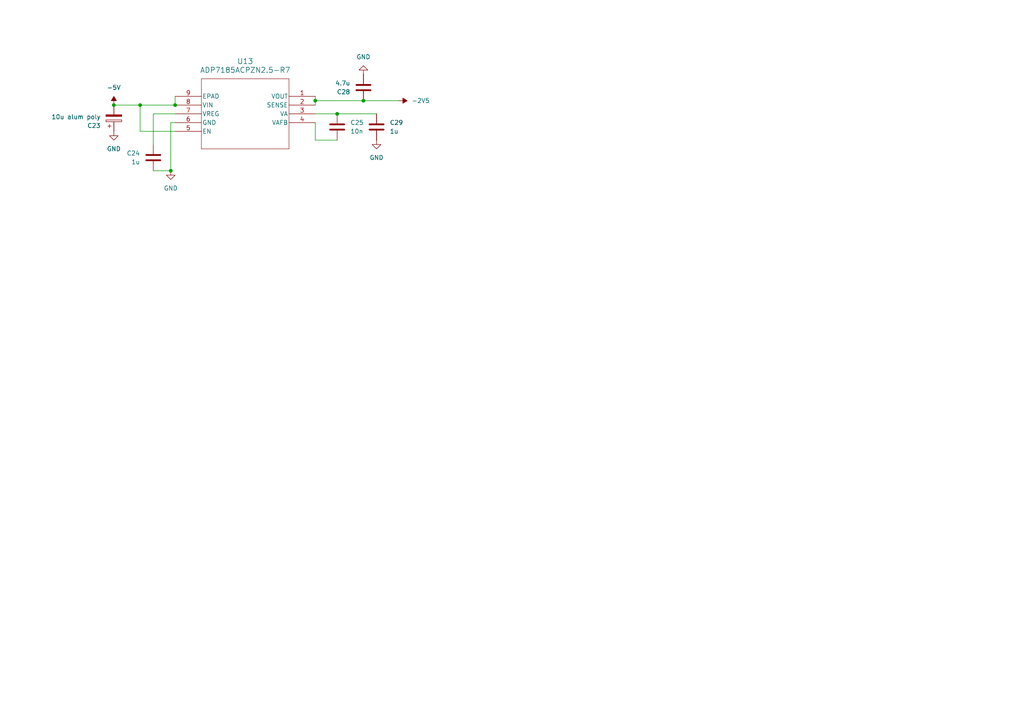
<source format=kicad_sch>
(kicad_sch (version 20250114) (generator "eeschema") (generator_version "9.0")
  (paper "A4")
  (lib_symbols
    (symbol "Device:C" (pin_numbers (hide yes)) (pin_names (offset 0.254))
      (property "Reference" "C" (at 0.635 2.54 0))
      (property "Value" "C" (at 0.635 -2.54 0))
      (symbol "C_0_1"
        (polyline (pts (xy -2.032 0.762) (xy 2.032 0.762)) (stroke (width 0.508)))
        (polyline (pts (xy -2.032 -0.762) (xy 2.032 -0.762)) (stroke (width 0.508)))
      )
      (symbol "C_1_1"
        (pin passive line (at 0 3.81 270) (length 2.794) (name "~") (number "1"))
        (pin passive line (at 0 -3.81 90) (length 2.794) (name "~") (number "2"))
      )
    )
    (symbol "Device:C_Polarized" (pin_numbers (hide yes)) (pin_names (offset 0.254))
      (property "Reference" "C" (at 0.635 2.54 0))
      (property "Value" "C_Polarized" (at 0.635 -2.54 0))
      (symbol "C_Polarized_0_1"
        (rectangle (start -2.286 0.508) (end 2.286 1.016))
        (polyline (pts (xy -1.778 2.286) (xy -0.762 2.286)))
        (polyline (pts (xy -1.27 2.794) (xy -1.27 1.778)))
        (rectangle (start 2.286 -0.508) (end -2.286 -1.016) (fill (type outline)))
      )
      (symbol "C_Polarized_1_1"
        (pin passive line (at 0 3.81 270) (length 2.794) (name "~") (number "1"))
        (pin passive line (at 0 -3.81 90) (length 2.794) (name "~") (number "2"))
      )
    )
    (symbol "Library:ADP7185ACPZN2.5-R7" (pin_names (offset 0.254))
      (property "Reference" "U" (at 20.32 10.16 0))
      (property "Value" "ADP7185ACPZN2.5-R7" (at 20.32 7.62 0))
      (symbol "ADP7185ACPZN2.5-R7_0_1"
        (polyline (pts (xy 7.62 5.08) (xy 7.62 -15.24)) (stroke (width 0.127)))
        (polyline (pts (xy 7.62 -15.24) (xy 33.02 -15.24)) (stroke (width 0.127)))
        (polyline (pts (xy 33.02 5.08) (xy 7.62 5.08)) (stroke (width 0.127)))
        (polyline (pts (xy 33.02 -15.24) (xy 33.02 5.08)) (stroke (width 0.127)))
        (pin input line (at 0 -2.54 0) (length 7.62) (name "SENSE") (number "2"))
        (pin power_in line (at 40.64 -2.54 180) (length 7.62) (name "VIN") (number "8"))
        (pin power_out line (at 40.64 -7.62 180) (length 7.62) (name "GND") (number "6"))
      )
      (symbol "ADP7185ACPZN2.5-R7_1_1"
        (pin power_out line (at 0 0 0) (length 7.62) (name "VOUT") (number "1"))
        (pin passive line (at 0 -5.08 0) (length 7.62) (name "VA") (number "3"))
        (pin passive line (at 0 -7.62 0) (length 7.62) (name "VAFB") (number "4"))
        (pin power_in line (at 40.64 0 180) (length 7.62) (name "EPAD") (number "9"))
        (pin passive line (at 40.64 -5.08 180) (length 7.62) (name "VREG") (number "7"))
        (pin passive line (at 40.64 -10.16 180) (length 7.62) (name "EN") (number "5"))
      )
    )
    (symbol "power:-2V5" (power) (pin_numbers (hide yes)) (pin_names (offset 0) (hide yes))
      (property "Value" "-2V5" (at 0 3.556 0))
      (symbol "-2V5_0_0"
        (pin power_in line (at 0 0 90) (length 0) (name "~") (number "1"))
      )
      (symbol "-2V5_0_1"
        (polyline (pts (xy 0 0) (xy 0 1.27) (xy 0.762 1.27) (xy 0 2.54) (xy -0.762 1.27) (xy 0 1.27)) (fill (type outline)))
      )
    )
    (symbol "power:-5V" (power) (pin_numbers (hide yes)) (pin_names (offset 0) (hide yes))
      (property "Value" "-5V" (at 0 3.556 0))
      (symbol "-5V_0_0"
        (pin power_in line (at 0 0 90) (length 0) (name "~") (number "1"))
      )
      (symbol "-5V_0_1"
        (polyline (pts (xy 0 0) (xy 0 1.27) (xy 0.762 1.27) (xy 0 2.54) (xy -0.762 1.27) (xy 0 1.27)) (fill (type outline)))
      )
    )
    (symbol "power:GND" (power) (pin_numbers (hide yes)) (pin_names (offset 0) (hide yes))
      (property "Value" "GND" (at 0 -3.81 0))
      (symbol "GND_0_1"
        (polyline (pts (xy 0 0) (xy 0 -1.27) (xy 1.27 -1.27) (xy 0 -2.54) (xy -1.27 -1.27) (xy 0 -1.27)))
      )
      (symbol "GND_1_1"
        (pin power_in line (at 0 0 270) (length 0) (name "~") (number "1"))
      )
    )
  )
  (junction (at 33.02 30.48))
  (junction (at 50.8 30.48))
  (junction (at 97.79 33.02))
  (junction (at 49.53 49.53))
  (junction (at 91.44 29.21))
  (junction (at 40.64 30.48))
  (junction (at 105.41 29.21))
  (wire (pts (xy 91.44 33.02) (xy 97.79 33.02)))
  (wire (pts (xy 91.44 29.21) (xy 105.41 29.21)))
  (wire (pts (xy 40.64 30.48) (xy 40.64 38.1)))
  (wire (pts (xy 33.02 30.48) (xy 40.64 30.48)))
  (wire (pts (xy 40.64 30.48) (xy 50.8 30.48)))
  (wire (pts (xy 49.53 35.56) (xy 49.53 49.53)))
  (wire (pts (xy 50.8 38.1) (xy 40.64 38.1)))
  (wire (pts (xy 91.44 40.64) (xy 97.79 40.64)))
  (wire (pts (xy 44.45 41.91) (xy 44.45 33.02)))
  (wire (pts (xy 91.44 35.56) (xy 91.44 40.64)))
  (wire (pts (xy 97.79 33.02) (xy 109.22 33.02)))
  (wire (pts (xy 91.44 29.21) (xy 91.44 30.48)))
  (wire (pts (xy 44.45 33.02) (xy 50.8 33.02)))
  (wire (pts (xy 44.45 49.53) (xy 49.53 49.53)))
  (wire (pts (xy 91.44 27.94) (xy 91.44 29.21)))
  (wire (pts (xy 50.8 35.56) (xy 49.53 35.56)))
  (wire (pts (xy 105.41 29.21) (xy 115.57 29.21)))
  (wire (pts (xy 50.8 27.94) (xy 50.8 30.48)))
  (symbol (lib_id "Device:C_Polarized") (at 33.02 34.29 0) (mirror x) (unit 1)
    (property "Reference" "C23" (at 29.21 36.4491 0) (effects (justify right)))
    (property "Value" "10u alum poly" (at 29.21 33.9091 0) (effects (justify right)))
    (property "Footprint" "Capacitor_SMD:CP_Elec_6.3x7.7" (effects (hide yes)))
    (property "Description" "Polarized capacitor" (effects (hide yes)))
  )
  (symbol (lib_id "power:-2V5") (at 115.57 29.21 270) (unit 1)
    (property "Reference" "#PWR049" (effects (hide yes)))
    (property "Value" "-2V5" (at 119.38 29.2099 90) (effects (justify left)))
    (property "Description" "Power symbol creates a global label with name \"-2V5\"" (effects (hide yes)))
  )
  (symbol (lib_id "power:GND") (at 109.22 40.64 0) (unit 1)
    (property "Reference" "#PWR048" (effects (hide yes)))
    (property "Value" "GND" (at 109.22 45.72 0))
    (property "Description" "Power symbol creates a global label with name \"GND\" , ground" (effects (hide yes)))
  )
  (symbol (lib_id "power:GND") (at 33.02 38.1 0) (unit 1)
    (property "Reference" "#PWR043" (effects (hide yes)))
    (property "Value" "GND" (at 33.02 43.18 0))
    (property "Description" "Power symbol creates a global label with name \"GND\" , ground" (effects (hide yes)))
  )
  (symbol (lib_id "power:-5V") (at 33.02 30.48 0) (unit 1)
    (property "Reference" "#PWR018" (effects (hide yes)))
    (property "Value" "-5V" (at 33.02 25.4 0))
    (property "Description" "Power symbol creates a global label with name \"-5V\"" (effects (hide yes)))
  )
  (symbol (lib_id "Device:C") (at 44.45 45.72 0) (unit 1)
    (property "Reference" "C24" (at 40.64 44.4499 0) (effects (justify right)))
    (property "Value" "1u" (at 40.64 46.9899 0) (effects (justify right)))
    (property "Footprint" "Capacitor_SMD:C_1206_3216Metric" (effects (hide yes)))
    (property "Description" "Unpolarized capacitor" (effects (hide yes)))
  )
  (symbol (lib_id "Device:C") (at 97.79 36.83 0) (mirror y) (unit 1)
    (property "Reference" "C25" (at 101.6 35.5599 0) (effects (justify right)))
    (property "Value" "10n" (at 101.6 38.0999 0) (effects (justify right)))
    (property "Footprint" "Capacitor_SMD:C_1206_3216Metric" (effects (hide yes)))
    (property "Description" "Unpolarized capacitor" (effects (hide yes)))
  )
  (symbol (lib_id "power:GND") (at 105.41 21.59 180) (unit 1)
    (property "Reference" "#PWR047" (effects (hide yes)))
    (property "Value" "GND" (at 105.41 16.51 0))
    (property "Description" "Power symbol creates a global label with name \"GND\" , ground" (effects (hide yes)))
  )
  (symbol (lib_id "Library:ADP7185ACPZN2.5-R7") (at 91.44 27.94 0) (mirror y) (unit 1)
    (property "Reference" "U13" (at 71.12 17.78 0) (effects (font (size 1.524 1.524))))
    (property "Value" "ADP7185ACPZN2.5-R7" (at 71.12 20.32 0) (effects (font (size 1.524 1.524))))
    (property "Footprint" "Library:CP-8-27_ADI" (effects (hide yes)))
    (property "Datasheet" "ADP7185ACPZN2.5-R7" (effects (hide yes)))
  )
  (symbol (lib_id "power:GND") (at 49.53 49.53 0) (unit 1)
    (property "Reference" "#PWR046" (effects (hide yes)))
    (property "Value" "GND" (at 49.53 54.61 0))
    (property "Description" "Power symbol creates a global label with name \"GND\" , ground" (effects (hide yes)))
  )
  (symbol (lib_id "Device:C") (at 109.22 36.83 0) (mirror y) (unit 1)
    (property "Reference" "C29" (at 113.03 35.5599 0) (effects (justify right)))
    (property "Value" "1u" (at 113.03 38.0999 0) (effects (justify right)))
    (property "Footprint" "Capacitor_SMD:C_1206_3216Metric" (effects (hide yes)))
    (property "Description" "Unpolarized capacitor" (effects (hide yes)))
  )
  (symbol (lib_id "Device:C") (at 105.41 25.4 0) (mirror x) (unit 1)
    (property "Reference" "C28" (at 101.6 26.6701 0) (effects (justify right)))
    (property "Value" "4.7u" (at 101.6 24.1301 0) (effects (justify right)))
    (property "Footprint" "Capacitor_SMD:C_1206_3216Metric" (effects (hide yes)))
    (property "Description" "Unpolarized capacitor" (effects (hide yes)))
  )
)
</source>
